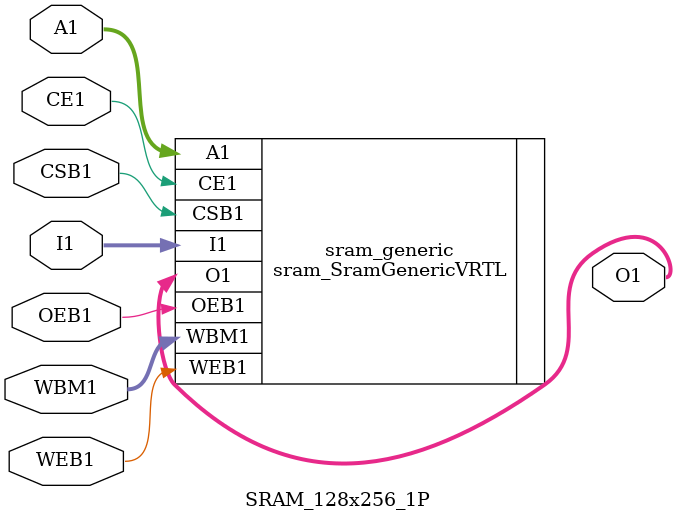
<source format=v>

`ifndef SRAM_128x256_1P
`define SRAM_128x256_1P

`include "sram/SramGenericVRTL.v"

module SRAM_128x256_1P
(
  input          CE1,
  input          WEB1,
  input          OEB1,
  input          CSB1,
  input  [7:0]   A1,
  input  [127:0] I1,
  output [127:0] O1,
  input  [15:0]  WBM1
);

  sram_SramGenericVRTL
  #(
    .p_data_nbits  (128),
    .p_num_entries (256)
  )
  sram_generic
  (
    .CE1  (CE1),
    .A1   (A1),
    .WEB1 (WEB1),
    .WBM1 (WBM1),
    .OEB1 (OEB1),
    .CSB1 (CSB1),
    .I1   (I1),
    .O1   (O1)
  );

endmodule

`endif /* SRAM_128x256_1P */

</source>
